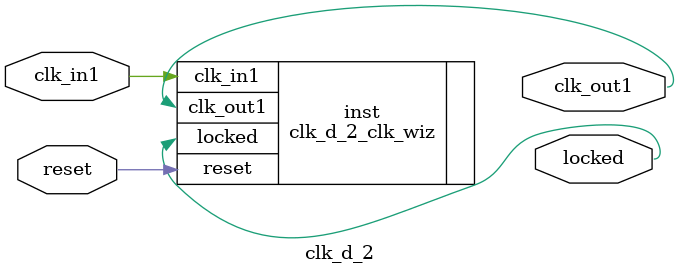
<source format=v>


`timescale 1ps/1ps

(* CORE_GENERATION_INFO = "clk_d_2,clk_wiz_v6_0_3_0_0,{component_name=clk_d_2,use_phase_alignment=true,use_min_o_jitter=false,use_max_i_jitter=false,use_dyn_phase_shift=false,use_inclk_switchover=false,use_dyn_reconfig=false,enable_axi=0,feedback_source=FDBK_AUTO,PRIMITIVE=PLL,num_out_clk=1,clkin1_period=20.000,clkin2_period=10.000,use_power_down=false,use_reset=true,use_locked=true,use_inclk_stopped=false,feedback_type=SINGLE,CLOCK_MGR_TYPE=NA,manual_override=false}" *)

module clk_d_2 
 (
  // Clock out ports
  output        clk_out1,
  // Status and control signals
  input         reset,
  output        locked,
 // Clock in ports
  input         clk_in1
 );

  clk_d_2_clk_wiz inst
  (
  // Clock out ports  
  .clk_out1(clk_out1),
  // Status and control signals               
  .reset(reset), 
  .locked(locked),
 // Clock in ports
  .clk_in1(clk_in1)
  );

endmodule

</source>
